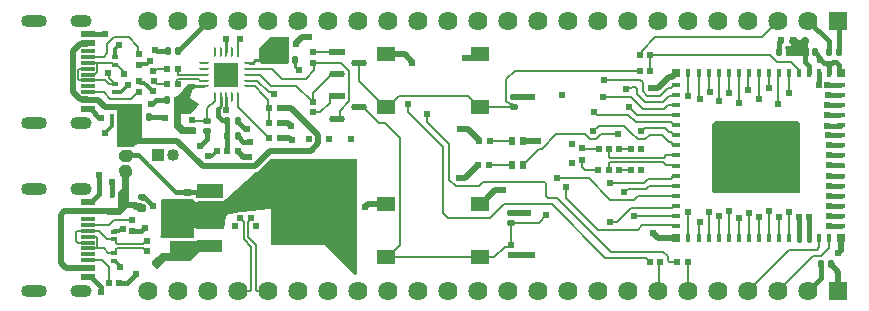
<source format=gtl>
G04*
G04 #@! TF.GenerationSoftware,Altium Limited,Altium Designer,24.8.2 (39)*
G04*
G04 Layer_Physical_Order=1*
G04 Layer_Color=255*
%FSLAX25Y25*%
%MOIN*%
G70*
G04*
G04 #@! TF.SameCoordinates,54D4AE81-F579-4C1F-815F-76D8A96FC484*
G04*
G04*
G04 #@! TF.FilePolarity,Positive*
G04*
G01*
G75*
%ADD12C,0.00600*%
G04:AMPARAMS|DCode=16|XSize=23.62mil|YSize=21.26mil|CornerRadius=5.63mil|HoleSize=0mil|Usage=FLASHONLY|Rotation=270.000|XOffset=0mil|YOffset=0mil|HoleType=Round|Shape=RoundedRectangle|*
%AMROUNDEDRECTD16*
21,1,0.02362,0.00999,0,0,270.0*
21,1,0.01235,0.02126,0,0,270.0*
1,1,0.01127,-0.00500,-0.00618*
1,1,0.01127,-0.00500,0.00618*
1,1,0.01127,0.00500,0.00618*
1,1,0.01127,0.00500,-0.00618*
%
%ADD16ROUNDEDRECTD16*%
%ADD17R,0.02362X0.02126*%
G04:AMPARAMS|DCode=18|XSize=23.62mil|YSize=21.26mil|CornerRadius=5.63mil|HoleSize=0mil|Usage=FLASHONLY|Rotation=0.000|XOffset=0mil|YOffset=0mil|HoleType=Round|Shape=RoundedRectangle|*
%AMROUNDEDRECTD18*
21,1,0.02362,0.00999,0,0,0.0*
21,1,0.01235,0.02126,0,0,0.0*
1,1,0.01127,0.00618,-0.00500*
1,1,0.01127,-0.00618,-0.00500*
1,1,0.01127,-0.00618,0.00500*
1,1,0.01127,0.00618,0.00500*
%
%ADD18ROUNDEDRECTD18*%
%ADD19R,0.04528X0.02362*%
%ADD20R,0.01378X0.02362*%
%ADD21R,0.05343X0.02253*%
%ADD22R,0.02126X0.02362*%
G04:AMPARAMS|DCode=23|XSize=9.55mil|YSize=33.06mil|CornerRadius=4.77mil|HoleSize=0mil|Usage=FLASHONLY|Rotation=270.000|XOffset=0mil|YOffset=0mil|HoleType=Round|Shape=RoundedRectangle|*
%AMROUNDEDRECTD23*
21,1,0.00955,0.02351,0,0,270.0*
21,1,0.00000,0.03306,0,0,270.0*
1,1,0.00955,-0.01176,0.00000*
1,1,0.00955,-0.01176,0.00000*
1,1,0.00955,0.01176,0.00000*
1,1,0.00955,0.01176,0.00000*
%
%ADD23ROUNDEDRECTD23*%
%ADD24R,0.01575X0.03150*%
%ADD25R,0.00955X0.03306*%
G04:AMPARAMS|DCode=26|XSize=53.43mil|YSize=22.53mil|CornerRadius=11.26mil|HoleSize=0mil|Usage=FLASHONLY|Rotation=0.000|XOffset=0mil|YOffset=0mil|HoleType=Round|Shape=RoundedRectangle|*
%AMROUNDEDRECTD26*
21,1,0.05343,0.00000,0,0,0.0*
21,1,0.03091,0.02253,0,0,0.0*
1,1,0.02253,0.01545,0.00000*
1,1,0.02253,-0.01545,0.00000*
1,1,0.02253,-0.01545,0.00000*
1,1,0.02253,0.01545,0.00000*
%
%ADD26ROUNDEDRECTD26*%
G04:AMPARAMS|DCode=27|XSize=33.06mil|YSize=9.55mil|CornerRadius=4.77mil|HoleSize=0mil|Usage=FLASHONLY|Rotation=270.000|XOffset=0mil|YOffset=0mil|HoleType=Round|Shape=RoundedRectangle|*
%AMROUNDEDRECTD27*
21,1,0.03306,0.00000,0,0,270.0*
21,1,0.02351,0.00955,0,0,270.0*
1,1,0.00955,0.00000,-0.01176*
1,1,0.00955,0.00000,0.01176*
1,1,0.00955,0.00000,0.01176*
1,1,0.00955,0.00000,-0.01176*
%
%ADD27ROUNDEDRECTD27*%
%ADD28R,0.04528X0.01181*%
%ADD29R,0.02362X0.02756*%
%ADD30R,0.03150X0.01575*%
%ADD31R,0.02362X0.01378*%
%ADD32R,0.06102X0.05118*%
G04:AMPARAMS|DCode=33|XSize=39.37mil|YSize=80.71mil|CornerRadius=1.97mil|HoleSize=0mil|Usage=FLASHONLY|Rotation=90.000|XOffset=0mil|YOffset=0mil|HoleType=Round|Shape=RoundedRectangle|*
%AMROUNDEDRECTD33*
21,1,0.03937,0.07677,0,0,90.0*
21,1,0.03543,0.08071,0,0,90.0*
1,1,0.00394,0.03839,0.01772*
1,1,0.00394,0.03839,-0.01772*
1,1,0.00394,-0.03839,-0.01772*
1,1,0.00394,-0.03839,0.01772*
%
%ADD33ROUNDEDRECTD33*%
%ADD34R,0.03150X0.03150*%
%ADD35R,0.04724X0.04724*%
G04:AMPARAMS|DCode=36|XSize=127.95mil|YSize=80.71mil|CornerRadius=2.02mil|HoleSize=0mil|Usage=FLASHONLY|Rotation=90.000|XOffset=0mil|YOffset=0mil|HoleType=Round|Shape=RoundedRectangle|*
%AMROUNDEDRECTD36*
21,1,0.12795,0.07667,0,0,90.0*
21,1,0.12392,0.08071,0,0,90.0*
1,1,0.00404,0.03834,0.06196*
1,1,0.00404,0.03834,-0.06196*
1,1,0.00404,-0.03834,-0.06196*
1,1,0.00404,-0.03834,0.06196*
%
%ADD36ROUNDEDRECTD36*%
%ADD49R,0.08071X0.08071*%
G04:AMPARAMS|DCode=56|XSize=39.37mil|YSize=70.87mil|CornerRadius=19.68mil|HoleSize=0mil|Usage=FLASHONLY|Rotation=270.000|XOffset=0mil|YOffset=0mil|HoleType=Round|Shape=RoundedRectangle|*
%AMROUNDEDRECTD56*
21,1,0.03937,0.03150,0,0,270.0*
21,1,0.00000,0.07087,0,0,270.0*
1,1,0.03937,-0.01575,0.00000*
1,1,0.03937,-0.01575,0.00000*
1,1,0.03937,0.01575,0.00000*
1,1,0.03937,0.01575,0.00000*
%
%ADD56ROUNDEDRECTD56*%
G04:AMPARAMS|DCode=57|XSize=39.37mil|YSize=86.61mil|CornerRadius=19.68mil|HoleSize=0mil|Usage=FLASHONLY|Rotation=270.000|XOffset=0mil|YOffset=0mil|HoleType=Round|Shape=RoundedRectangle|*
%AMROUNDEDRECTD57*
21,1,0.03937,0.04724,0,0,270.0*
21,1,0.00000,0.08661,0,0,270.0*
1,1,0.03937,-0.02362,0.00000*
1,1,0.03937,-0.02362,0.00000*
1,1,0.03937,0.02362,0.00000*
1,1,0.03937,0.02362,0.00000*
%
%ADD57ROUNDEDRECTD57*%
%ADD58R,0.01575X0.01575*%
%ADD59C,0.02000*%
%ADD60C,0.01200*%
%ADD61C,0.01500*%
%ADD62C,0.00603*%
%ADD63C,0.01001*%
%ADD64C,0.04000*%
%ADD65R,0.04000X0.04000*%
%ADD66C,0.06400*%
%ADD67R,0.04000X0.04000*%
%ADD68R,0.06400X0.06400*%
%ADD69C,0.02400*%
G36*
X265200Y88900D02*
X265350Y88050D01*
X265200Y87720D01*
X264900Y87100D01*
Y86200D01*
X265200Y85900D01*
Y85624D01*
X265099Y85118D01*
Y83882D01*
X265148Y83639D01*
X264718Y83100D01*
X257831D01*
X257364Y83700D01*
X257401Y83882D01*
Y85118D01*
X257279Y85728D01*
X257231Y85800D01*
X257369Y86400D01*
X258600D01*
X259100Y86500D01*
Y87100D01*
X258583Y87617D01*
X258850Y89400D01*
X260800D01*
X261700Y88500D01*
X262200D01*
X262850Y89150D01*
X263500Y89600D01*
X264500D01*
X265200Y88900D01*
D02*
G37*
G36*
X91700Y81028D02*
X91273Y80606D01*
X82500Y80700D01*
X81700Y81500D01*
Y85700D01*
X85500Y89500D01*
X91700D01*
Y81028D01*
D02*
G37*
G36*
X60072Y73487D02*
X58996Y69184D01*
X61727Y67068D01*
X61244Y66049D01*
X58900Y63900D01*
X55800Y64009D01*
X55648Y60746D01*
X57144Y59400D01*
X60376Y59400D01*
X60800Y58976D01*
Y57100D01*
X55800D01*
X53800Y59100D01*
X53500D01*
X53500Y69460D01*
X54400Y69900D01*
X54766Y69918D01*
X58327Y73804D01*
X59585Y74014D01*
X60072Y73487D01*
D02*
G37*
G36*
X40600Y67100D02*
X42900D01*
Y55000D01*
X39900Y52900D01*
X39440Y52909D01*
X39390Y52942D01*
X39000Y53020D01*
X36500D01*
X36245Y52969D01*
X34600Y53000D01*
Y66639D01*
X35162Y67192D01*
X40600Y67100D01*
D02*
G37*
G36*
X38345Y46824D02*
X38478Y46815D01*
X38609Y46789D01*
X38660Y46799D01*
X39300Y46000D01*
X39600Y45700D01*
Y43900D01*
X38600Y42900D01*
Y37400D01*
X38500Y37300D01*
Y35000D01*
X38800Y34700D01*
X40804D01*
X40955Y34473D01*
X41472Y34128D01*
X41500Y34100D01*
X41612D01*
X42082Y34006D01*
X42994D01*
X43100Y33900D01*
X43380D01*
X44200Y33080D01*
Y32000D01*
X43500Y31300D01*
X41900D01*
X41300Y31900D01*
X40500D01*
X39900Y32500D01*
X38000D01*
X35500Y30000D01*
X35400Y30100D01*
X31300D01*
Y32041D01*
X31883Y32600D01*
X34427D01*
X34600Y32600D01*
X34900Y32900D01*
X34895Y33078D01*
X34791Y36731D01*
X34805Y36800D01*
Y38018D01*
X36300Y39300D01*
Y42900D01*
X35650Y43350D01*
X35300Y45700D01*
X35800Y46500D01*
X36138Y46839D01*
X36258Y46798D01*
X36325Y46802D01*
X36391Y46789D01*
X36522Y46815D01*
X36655Y46824D01*
X37239Y46980D01*
X37761D01*
X38345Y46824D01*
D02*
G37*
G36*
X262300Y60900D02*
Y37741D01*
X262200Y37700D01*
X233174Y37700D01*
X232751Y38125D01*
X232846Y60646D01*
X233800Y61600D01*
X261600D01*
X262300Y60900D01*
D02*
G37*
G36*
X40100Y50900D02*
X42100D01*
X45300Y47700D01*
Y47300D01*
X45700D01*
X54400Y38600D01*
X56500Y38600D01*
X56900Y39000D01*
X59200D01*
X59500Y38700D01*
X61300D01*
Y40400D01*
X69900D01*
Y36100D01*
X69800Y36000D01*
X61000D01*
Y36800D01*
X60800Y37000D01*
X59500D01*
Y36900D01*
X59000Y36400D01*
X58621D01*
X58618Y36401D01*
X57382D01*
X56900Y36700D01*
X56700Y36900D01*
X53700D01*
Y37100D01*
X41600Y49200D01*
X39600D01*
Y48800D01*
X38609Y47809D01*
X37895Y48000D01*
X37105D01*
X36391Y47809D01*
X35300Y48900D01*
Y50800D01*
X36500Y52000D01*
X39000D01*
X40100Y50900D01*
D02*
G37*
G36*
X85700Y48800D02*
X114400D01*
Y10484D01*
X113846Y10254D01*
X104000Y20100D01*
X86000D01*
Y31833D01*
X86000Y32000D01*
X85700Y32300D01*
X85514Y32275D01*
X76356Y31052D01*
X75998Y31200D01*
X75202D01*
X74467Y30896D01*
X74356Y30785D01*
X71850Y30450D01*
X70900Y29900D01*
X70200Y25600D01*
X61000D01*
X60559Y26041D01*
Y26041D01*
X60500Y26100D01*
X60100Y25700D01*
X60100Y25651D01*
Y22700D01*
X49248D01*
X49000Y23300D01*
X49100Y23400D01*
Y35216D01*
X49654Y35446D01*
X49700Y35400D01*
X57203D01*
X57217Y35395D01*
X57301Y35397D01*
X57382Y35381D01*
X58618D01*
X58621Y35380D01*
X59000D01*
X59099Y35400D01*
X60000D01*
X60750Y34650D01*
X62006Y34980D01*
X69800D01*
X70190Y35058D01*
X70521Y35279D01*
X70621Y35379D01*
X70635Y35400D01*
X70900D01*
X80867Y44554D01*
X81180Y44616D01*
X81842Y45058D01*
X85642Y48858D01*
X85700Y48800D01*
D02*
G37*
G36*
X69600Y17800D02*
X61700D01*
X58900Y15000D01*
X50600D01*
X47750Y12150D01*
X46225Y13675D01*
X46320Y14720D01*
X49500Y17600D01*
X52000D01*
X52100Y17700D01*
Y21400D01*
X61200D01*
Y21800D01*
X61400Y22000D01*
X69600D01*
Y17800D01*
D02*
G37*
D12*
X193200Y58100D02*
X195100Y60000D01*
X203382D02*
X205767Y57614D01*
X195100Y60000D02*
X203382D01*
X166848Y66307D02*
X167000D01*
X164318Y68338D02*
Y75508D01*
X166524Y66307D02*
X167000D01*
X155815D02*
X166524D01*
X167111Y78300D02*
X208699D01*
X166025Y67129D02*
X166848Y66307D01*
X164318Y68338D02*
X165527Y67129D01*
X164318Y75508D02*
X167111Y78300D01*
X165527Y67129D02*
X166025D01*
X193879Y64400D02*
X194679Y63600D01*
X193500Y64400D02*
X193879D01*
X194679Y63600D02*
X204972D01*
X258490Y23090D02*
Y31190D01*
Y23090D02*
X258500Y23080D01*
X258490Y31190D02*
X258500Y31200D01*
X251844Y31444D02*
X251900Y31500D01*
X251844Y23086D02*
Y31444D01*
X251759Y23002D02*
X251844Y23086D01*
X245097Y22745D02*
X245147Y22795D01*
Y30947D01*
X245200Y31000D01*
X238401Y23360D02*
Y31699D01*
X238400Y31700D02*
X238401Y31699D01*
Y23360D02*
X238459Y23302D01*
X231804Y31004D02*
X231900Y31100D01*
X231804Y23347D02*
Y31004D01*
X228400Y23321D02*
X228531Y23452D01*
Y27731D01*
X228700Y27900D01*
X231759Y23302D02*
X231804Y23347D01*
X225000Y31300D02*
X225008Y31292D01*
Y22488D02*
Y31292D01*
Y22488D02*
X225016Y22480D01*
X228531Y68969D02*
Y77429D01*
X228362Y77598D02*
X228531Y77429D01*
Y68969D02*
X228700Y68800D01*
X231709Y77598D02*
X231904Y77403D01*
Y71396D02*
Y77403D01*
Y71396D02*
X232100Y71200D01*
X235078Y68123D02*
Y77562D01*
Y68123D02*
X235100Y68100D01*
X235041Y77598D02*
X235078Y77562D01*
X241700Y77291D02*
X241724Y77267D01*
Y67724D02*
Y77267D01*
X241700Y67700D02*
X241724Y67724D01*
X244997Y77476D02*
X245100Y77579D01*
X244997Y72097D02*
Y77476D01*
X244900Y72000D02*
X244997Y72097D01*
X248470Y68830D02*
Y77569D01*
Y68830D02*
X248500Y68800D01*
X248441Y77598D02*
X248470Y77569D01*
X251794Y77572D02*
X251800Y77579D01*
X251794Y72406D02*
Y77572D01*
Y72406D02*
X251800Y72400D01*
X254917Y77374D02*
X255141Y77598D01*
X254700Y67100D02*
X254917Y67317D01*
Y77374D01*
X31799Y7500D02*
Y12801D01*
X29482Y15118D02*
X31799Y12801D01*
X24764Y15118D02*
X29482D01*
X64500Y65765D02*
X67063Y68328D01*
Y69459D01*
X64500Y61693D02*
Y65765D01*
X74937Y66362D02*
Y69459D01*
X78541Y73063D02*
X80437D01*
X78541Y77000D02*
X82158D01*
X79694Y75032D02*
X81297D01*
X80437Y73063D02*
X83200Y70300D01*
X82158Y77000D02*
X83200Y75958D01*
X74937Y84541D02*
Y88437D01*
X32198Y69032D02*
X39314D01*
X30127Y71102D02*
X32198Y69032D01*
X41582Y71299D02*
X41700D01*
X39314Y69032D02*
X41582Y71299D01*
X24764Y71102D02*
X30127D01*
X31319Y84046D02*
Y87319D01*
X33500Y89500D02*
X38400D01*
X31319Y87319D02*
X33500Y89500D01*
X41582Y83820D02*
Y86318D01*
X38400Y89500D02*
X41582Y86318D01*
Y83820D02*
X41700Y83702D01*
X30187Y82913D02*
X31319Y84046D01*
X24764Y82913D02*
X30187D01*
X100069Y84471D02*
X107688D01*
X100000Y84402D02*
X100069Y84471D01*
X107688D02*
X107758Y84540D01*
X85299Y61000D02*
Y66000D01*
X84967Y66332D02*
X85299Y66000D01*
X84967Y66332D02*
Y68533D01*
X83200Y70300D02*
X84967Y68533D01*
X215250Y14350D02*
X215501Y14600D01*
X215000Y5000D02*
X215250Y5250D01*
Y14350D01*
X255100Y23021D02*
Y29600D01*
X224850Y5150D02*
Y14550D01*
X224701Y14700D02*
X224850Y14550D01*
Y5150D02*
X225000Y5000D01*
X218064Y15286D02*
Y16402D01*
X218650Y14700D02*
X221299D01*
X218064Y15286D02*
X218650Y14700D01*
X86521Y70600D02*
X86900D01*
X85028Y71300D02*
X85821D01*
X86521Y70600D01*
X81297Y75032D02*
X85028Y71300D01*
X137900Y61128D02*
Y63800D01*
Y61128D02*
X145200Y53828D01*
Y41982D02*
X147382Y39800D01*
X155150D02*
X156650Y41300D01*
X147382Y39800D02*
X155150D01*
X145200Y41982D02*
Y53828D01*
X216469Y17997D02*
X218064Y16402D01*
X177600Y36486D02*
X178186Y35900D01*
X177014Y41300D02*
X177600Y40714D01*
X156650Y41300D02*
X177014D01*
X177600Y36486D02*
Y40714D01*
X178186Y35900D02*
X181300D01*
X199203Y17997D02*
X216469D01*
X181300Y35900D02*
X199203Y17997D01*
X74937Y88437D02*
X75500Y89000D01*
X131500Y64700D02*
Y67100D01*
Y64700D02*
X143200Y53000D01*
X212099Y14600D02*
Y14718D01*
X211418Y15281D02*
X211536D01*
X212099Y14718D01*
X210702Y15997D02*
X211418Y15281D01*
X158823Y29300D02*
X163423Y33900D01*
X144731Y29300D02*
X158823D01*
X143200Y30831D02*
X144731Y29300D01*
X143200Y30831D02*
Y53000D01*
X179400Y33900D02*
X197303Y15997D01*
X163423Y33900D02*
X179400D01*
X197303Y15997D02*
X210702D01*
X89591Y75700D02*
X97500D01*
X100200Y78400D01*
Y80682D01*
X100000Y81000D02*
X109078D01*
X111930Y78148D01*
Y68135D02*
Y78148D01*
X108783Y62938D02*
Y64988D01*
X111930Y68135D01*
X107715Y62360D02*
X108204D01*
X108783Y62938D01*
X78541Y78969D02*
X86322D01*
X89591Y75700D01*
X105544Y69214D02*
X106170Y69840D01*
X99900Y64400D02*
X102275D01*
X106170Y69840D02*
X107715D01*
X105544Y67669D02*
Y69214D01*
X102275Y64400D02*
X105544Y67669D01*
X85299Y56000D02*
Y56118D01*
X84736Y56681D02*
X85299Y56118D01*
X84618Y56681D02*
X84736D01*
X74937Y66362D02*
X84618Y56681D01*
X33363Y28400D02*
X39500D01*
X31892Y26929D02*
X33363Y28400D01*
X24764Y26929D02*
X31892D01*
X158701Y55000D02*
X166260D01*
X158402Y47000D02*
X166260D01*
X59500Y61701D02*
X59504Y61697D01*
X64496D02*
X64500Y61693D01*
X59504Y61697D02*
X64496D01*
X209594Y26800D02*
X220696D01*
X220882Y26614D01*
X208094Y25300D02*
X209594Y26800D01*
X194728Y25300D02*
X208094D01*
X184200Y35828D02*
X194728Y25300D01*
X184200Y35828D02*
Y39700D01*
X208089Y36654D02*
X220882D01*
X206736Y35300D02*
X208089Y36654D01*
X198968Y35300D02*
X206736D01*
X181300Y42400D02*
X191868D01*
X198968Y35300D01*
X268520Y19406D02*
Y22480D01*
X267695Y18581D02*
X268520Y19406D01*
X245000Y5000D02*
X258581Y18581D01*
X267695D01*
X248400Y23021D02*
Y29600D01*
X241700Y22721D02*
Y29300D01*
X235100Y23321D02*
Y29900D01*
X207039Y29961D02*
X220882D01*
X207000Y30000D02*
X207039Y29961D01*
X220094Y33307D02*
X220882D01*
X199000Y28000D02*
X201182D01*
X205882Y32700D01*
X219487D02*
X220094Y33307D01*
X205882Y32700D02*
X219487D01*
X212000Y40000D02*
X220882D01*
X203786Y38000D02*
X204786Y39000D01*
X203500Y38000D02*
X203786D01*
X204786Y39000D02*
X211000D01*
X212000Y40000D01*
X220595Y43059D02*
X220882Y43347D01*
X219807Y43059D02*
X220595D01*
X211459Y42287D02*
X219035D01*
X219807Y43059D01*
X199000Y41000D02*
X210172D01*
X211459Y42287D01*
X205767Y57614D02*
X205814D01*
X219807Y53673D02*
X220595D01*
X220882Y53386D01*
X219035Y54445D02*
X219807Y53673D01*
X210466Y55400D02*
X212048Y56982D01*
X208028Y55400D02*
X210466D01*
X205814Y57614D02*
X208028Y55400D01*
X218686Y54445D02*
X219035D01*
X216149Y56982D02*
X218686Y54445D01*
X212048Y56982D02*
X216149D01*
X219807Y57020D02*
X220094Y56732D01*
X220882D01*
X218686Y57791D02*
X219221D01*
X219807Y57206D01*
Y57020D02*
Y57206D01*
X217339Y59138D02*
X218686Y57791D01*
X210386Y59138D02*
X217339D01*
X209348Y58100D02*
X210386Y59138D01*
X220094Y60079D02*
X220882D01*
X219807Y60366D02*
X220094Y60079D01*
X219807Y60366D02*
Y60552D01*
X219221Y61138D02*
X219807Y60552D01*
X204972Y63600D02*
X207434Y61138D01*
X219221D01*
X207975Y63425D02*
X220882D01*
X205100Y66300D02*
X207975Y63425D01*
X218191Y66772D02*
X220882D01*
X216919Y65500D02*
X218191Y66772D01*
X206000Y69400D02*
X209900Y65500D01*
X216919D01*
X196500Y69400D02*
X206000D01*
X220595Y69831D02*
X220882Y70118D01*
X218421Y69831D02*
X220595D01*
X216491Y67900D02*
X218421Y69831D01*
X210453Y67900D02*
X216491D01*
X207114Y72786D02*
X207700Y72200D01*
Y70653D02*
X210453Y67900D01*
X207700Y70653D02*
Y72200D01*
X204368Y72468D02*
X205796D01*
X204100Y72200D02*
X204368Y72468D01*
X205796D02*
X206114Y72786D01*
X207114D01*
X220094Y73465D02*
X220882D01*
X219035Y72405D02*
X220094Y73465D01*
X218168Y72405D02*
X219035D01*
X215662Y69900D02*
X218168Y72405D01*
X209000Y75200D02*
X209700Y74500D01*
X197000Y75200D02*
X209000D01*
X211282Y69900D02*
X215662D01*
X209700Y71482D02*
X211282Y69900D01*
X209700Y71482D02*
Y74500D01*
X225009Y69909D02*
Y77698D01*
X238400Y71000D02*
Y77579D01*
X170681Y47878D02*
X170878D01*
X170000Y47197D02*
X170681Y47878D01*
X170000Y47000D02*
Y47197D01*
X196018Y57100D02*
X201600D01*
X175300Y52300D02*
X176118D01*
X170878Y47878D02*
X175300Y52300D01*
X192082Y55400D02*
X194318D01*
X176118Y52300D02*
X180918Y57100D01*
X194318Y55400D02*
X196018Y57100D01*
X180918D02*
X190382D01*
X192082Y55400D01*
X169319Y47681D02*
X170000Y47000D01*
X258480Y77598D02*
X258500Y77579D01*
Y71000D02*
Y77579D01*
X212101Y78300D02*
X212151Y78350D01*
Y83450D01*
X212201Y83500D01*
X252272D01*
X254510Y81261D01*
X259301D01*
X261539Y77886D02*
X261827Y77598D01*
X259301Y81261D02*
X261539Y79023D01*
Y77886D02*
Y79023D01*
X94283Y73300D02*
X99782Y67802D01*
X99900D01*
Y70747D02*
X106212Y77060D01*
X99900Y67802D02*
Y70747D01*
X106212Y77060D02*
X107758D01*
X85857Y73300D02*
X94283D01*
X83200Y75958D02*
X85857Y73300D01*
X208799Y83500D02*
X209362Y84063D01*
Y85027D01*
X213832Y89497D01*
X249497D01*
X255000Y95000D01*
X269084Y16581D02*
X271866Y19363D01*
Y22480D01*
X255000Y5000D02*
X266581Y16581D01*
X269084D01*
X115200Y66100D02*
X116661D01*
X121961Y60800D01*
X123814D01*
X128902Y20201D02*
Y55713D01*
X124843Y16142D02*
X128902Y20201D01*
X123814Y60800D02*
X128902Y55713D01*
X124350Y16142D02*
X124843D01*
X155650D01*
X166000Y20201D02*
Y27389D01*
X160201Y16142D02*
X163697Y19638D01*
X165437D02*
X166000Y20201D01*
X163697Y19638D02*
X165437D01*
X155650Y16142D02*
X160201D01*
X175094Y27507D02*
X177687Y30100D01*
X165882Y27507D02*
X166000D01*
X175094D01*
X115242Y74758D02*
Y80800D01*
Y74758D02*
X123858Y66142D01*
X124843D02*
X128501Y69801D01*
X151499D01*
X155157Y66142D02*
X155650D01*
X151499Y69801D02*
X155157Y66142D01*
X123858D02*
X124350D01*
X124843D01*
X155650D02*
X155815Y66307D01*
X271900Y26600D02*
X271914Y26614D01*
D16*
X275293Y84500D02*
D03*
X271907D02*
D03*
X258693D02*
D03*
X255307D02*
D03*
X263807D02*
D03*
X267193D02*
D03*
X45193Y63000D02*
D03*
X41807D02*
D03*
X71307Y56500D02*
D03*
Y61500D02*
D03*
X54793Y84800D02*
D03*
X272493Y13900D02*
D03*
X54693Y68500D02*
D03*
X90607Y81900D02*
D03*
X93993D02*
D03*
X74693Y61500D02*
D03*
Y56500D02*
D03*
X269107Y13900D02*
D03*
X51307Y68500D02*
D03*
X51407Y84800D02*
D03*
D17*
X59500Y58299D02*
D03*
Y61701D02*
D03*
X100000Y84402D02*
D03*
Y81000D02*
D03*
X99900Y64400D02*
D03*
X39500Y28400D02*
D03*
X41700Y71299D02*
D03*
Y83702D02*
D03*
X99900Y67802D02*
D03*
X166000Y20201D02*
D03*
Y16799D02*
D03*
X39500Y24998D02*
D03*
X41700Y74701D02*
D03*
Y80300D02*
D03*
D18*
X53500Y23693D02*
D03*
Y20307D02*
D03*
X42700Y32714D02*
D03*
X64500Y61693D02*
D03*
X166000Y27507D02*
D03*
X167000Y66307D02*
D03*
X58500Y20307D02*
D03*
X58000Y37693D02*
D03*
X42700Y36100D02*
D03*
X58500Y23693D02*
D03*
X166000Y30893D02*
D03*
X64500Y58307D02*
D03*
X58000Y34307D02*
D03*
X167000Y69693D02*
D03*
D19*
X24764Y31457D02*
D03*
Y12559D02*
D03*
Y87441D02*
D03*
Y68543D02*
D03*
Y90591D02*
D03*
Y65394D02*
D03*
Y34606D02*
D03*
Y9409D02*
D03*
D20*
X35579Y36800D02*
D03*
X35280Y63000D02*
D03*
X32721D02*
D03*
X33020Y36800D02*
D03*
D21*
X107758Y84540D02*
D03*
X107715Y69840D02*
D03*
D22*
X85299Y61000D02*
D03*
Y66000D02*
D03*
X215501Y14600D02*
D03*
X224701Y14700D02*
D03*
X221299D02*
D03*
X212099Y14600D02*
D03*
X85299Y56000D02*
D03*
X31799Y7500D02*
D03*
X158701Y55000D02*
D03*
X158402Y47000D02*
D03*
X212101Y78300D02*
D03*
X212201Y83500D02*
D03*
X54701Y79000D02*
D03*
Y74000D02*
D03*
X198400Y45300D02*
D03*
D03*
X198600Y52300D02*
D03*
D03*
X208799Y83500D02*
D03*
X201802Y45300D02*
D03*
X202002Y52300D02*
D03*
X194998Y45300D02*
D03*
X195198Y52300D02*
D03*
X51299Y79000D02*
D03*
Y74000D02*
D03*
X208699Y78300D02*
D03*
X71299Y51500D02*
D03*
X71201D02*
D03*
X67799D02*
D03*
X88701Y66000D02*
D03*
X155000Y47000D02*
D03*
X155299Y55000D02*
D03*
X74701Y51500D02*
D03*
X94102Y87300D02*
D03*
X90700D02*
D03*
X88701Y56000D02*
D03*
Y61000D02*
D03*
X35201Y7500D02*
D03*
D23*
X78541Y73063D02*
D03*
Y75032D02*
D03*
Y78969D02*
D03*
X63459Y77000D02*
D03*
Y75032D02*
D03*
X78541Y77000D02*
D03*
X63459Y73063D02*
D03*
X78541Y80937D02*
D03*
X63459Y78969D02*
D03*
Y80937D02*
D03*
D24*
X251787Y22480D02*
D03*
X255134D02*
D03*
X268520D02*
D03*
X258480D02*
D03*
X248441D02*
D03*
X245094D02*
D03*
X241748D02*
D03*
X238402D02*
D03*
X235055D02*
D03*
X231709D02*
D03*
X228362D02*
D03*
X225016D02*
D03*
Y77598D02*
D03*
X228362D02*
D03*
X231709D02*
D03*
X235055D02*
D03*
X238402D02*
D03*
X241748D02*
D03*
X245094D02*
D03*
X248441D02*
D03*
X251787D02*
D03*
X255134D02*
D03*
X258480D02*
D03*
X261827D02*
D03*
X271866Y22480D02*
D03*
X265173Y77598D02*
D03*
X271866D02*
D03*
X268520D02*
D03*
X261827Y22480D02*
D03*
X265173D02*
D03*
D25*
X74937Y84541D02*
D03*
D26*
X107715Y62360D02*
D03*
X107758Y77060D02*
D03*
X115200Y66100D02*
D03*
X115242Y80800D02*
D03*
D27*
X74937Y69459D02*
D03*
X67063D02*
D03*
X69032D02*
D03*
X72969D02*
D03*
X71000D02*
D03*
X67063Y84541D02*
D03*
X69032D02*
D03*
X71000D02*
D03*
X72969D02*
D03*
D28*
X24764Y15118D02*
D03*
Y26929D02*
D03*
Y71102D02*
D03*
Y82913D02*
D03*
Y19055D02*
D03*
Y22992D02*
D03*
Y21024D02*
D03*
Y24961D02*
D03*
Y78976D02*
D03*
Y75039D02*
D03*
Y80945D02*
D03*
Y77008D02*
D03*
Y84882D02*
D03*
Y73071D02*
D03*
Y28898D02*
D03*
Y17087D02*
D03*
D29*
X166260Y55000D02*
D03*
Y47000D02*
D03*
X170000D02*
D03*
Y55000D02*
D03*
D30*
X220882Y26614D02*
D03*
Y36654D02*
D03*
Y29961D02*
D03*
Y33307D02*
D03*
Y40000D02*
D03*
Y43347D02*
D03*
Y53386D02*
D03*
Y56732D02*
D03*
Y60079D02*
D03*
Y63425D02*
D03*
Y66772D02*
D03*
Y70118D02*
D03*
Y73465D02*
D03*
Y46693D02*
D03*
Y50039D02*
D03*
X276000Y26614D02*
D03*
Y29961D02*
D03*
Y33307D02*
D03*
Y36654D02*
D03*
Y40000D02*
D03*
Y43347D02*
D03*
Y46693D02*
D03*
Y50039D02*
D03*
Y53386D02*
D03*
Y56732D02*
D03*
Y60079D02*
D03*
Y63425D02*
D03*
Y66772D02*
D03*
Y70118D02*
D03*
Y73465D02*
D03*
D31*
X33400Y17500D02*
D03*
X33500Y22100D02*
D03*
X34000Y73779D02*
D03*
Y80221D02*
D03*
Y82780D02*
D03*
Y71220D02*
D03*
X33500Y24659D02*
D03*
X33400Y14941D02*
D03*
D32*
X124350Y16142D02*
D03*
X155650D02*
D03*
X124350Y66142D02*
D03*
X155650D02*
D03*
Y33858D02*
D03*
X124350D02*
D03*
X155650Y83858D02*
D03*
X124350D02*
D03*
D33*
X65500Y19945D02*
D03*
Y38055D02*
D03*
Y29000D02*
D03*
D34*
X276000Y77598D02*
D03*
X220882D02*
D03*
X276000Y22480D02*
D03*
X220882D02*
D03*
D35*
X248441Y50039D02*
D03*
X254937D02*
D03*
Y43543D02*
D03*
X248441D02*
D03*
X241945D02*
D03*
Y50039D02*
D03*
Y56535D02*
D03*
X248441D02*
D03*
D36*
X90500Y29000D02*
D03*
D49*
X71000Y77000D02*
D03*
D56*
X22500Y60984D02*
D03*
Y95000D02*
D03*
Y5000D02*
D03*
Y39016D02*
D03*
D57*
X6752Y60984D02*
D03*
Y95000D02*
D03*
Y5000D02*
D03*
Y39016D02*
D03*
D58*
X254937Y56535D02*
D03*
D59*
X124350Y83858D02*
X130402D01*
X132923Y81336D01*
Y81077D02*
X133000Y81000D01*
X132923Y81077D02*
Y81336D01*
X99163Y51637D02*
X101600Y54075D01*
X63100Y46500D02*
X80400D01*
X85537Y51637D02*
X99163D01*
X80400Y46500D02*
X85537Y51637D01*
X52400Y16400D02*
X52450Y16350D01*
X57450D02*
X57500Y16300D01*
X52450Y16350D02*
X57450D01*
X47808Y14300D02*
X49832Y16323D01*
X52324D01*
X52400Y16400D01*
X47700Y14300D02*
X47808D01*
X53319Y17427D02*
Y20244D01*
X58500Y20307D02*
X58618D01*
X53382D02*
X53500D01*
X53319Y20244D02*
X53382Y20307D01*
X58618D02*
X58980Y19945D01*
X60000Y66572D02*
Y66600D01*
X58628Y65200D02*
X60000Y66572D01*
X54796Y65200D02*
X58628D01*
X37500Y55000D02*
X54600D01*
X63100Y46500D01*
X30619Y66181D02*
X36687D01*
X24861Y68446D02*
X28354D01*
X24583Y68724D02*
X24861Y68446D01*
X28354D02*
X30619Y66181D01*
X38000Y63543D02*
Y64868D01*
X36687Y66181D02*
X38000Y64868D01*
X101600Y54075D02*
Y56726D01*
X88701Y65882D02*
X88764Y65819D01*
X92507D02*
X101600Y56726D01*
X88701Y65882D02*
Y66000D01*
X88764Y65819D02*
X92507D01*
X38000Y63543D02*
X38543Y63000D01*
Y60143D02*
Y63000D01*
X37500Y59100D02*
X38543Y60143D01*
X37500Y55000D02*
Y59100D01*
X22025Y68724D02*
X24583D01*
X19697Y71052D02*
X22025Y68724D01*
X19697Y84932D02*
X22025Y87260D01*
X24583D01*
X24764Y87441D01*
X19697Y71052D02*
Y84932D01*
X24764Y31457D02*
X35257D01*
X37500Y33700D01*
X40358D01*
X41021Y33037D02*
X42377D01*
X42387Y33027D01*
X40358Y33700D02*
X41021Y33037D01*
X16972Y31457D02*
X24764D01*
X15800Y30285D02*
X16972Y31457D01*
X15800Y14300D02*
Y30285D01*
Y14300D02*
X17541Y12559D01*
X24764D01*
X58980Y19945D02*
X65500D01*
X53500Y20307D02*
X58500D01*
X155000Y46882D02*
Y47000D01*
X148500Y42500D02*
X150618D01*
X155000Y46882D01*
X155299Y55000D02*
Y55118D01*
X149000Y59000D02*
X151417D01*
X155299Y55118D01*
X272493Y13782D02*
Y13900D01*
X275000Y5000D02*
Y11275D01*
X272493Y13782D02*
X275000Y11275D01*
X172892Y17000D02*
X173000D01*
X166118Y16799D02*
X172691D01*
X172892Y17000D01*
X74701Y51382D02*
Y51500D01*
X76383Y49700D02*
X78500D01*
X74701Y51382D02*
X76383Y49700D01*
X98492Y89400D02*
X98600D01*
X94102Y87300D02*
X94165Y87363D01*
X98292Y89600D02*
X98492Y89400D01*
X96284Y89600D02*
X98292D01*
X94165Y87481D02*
X96284Y89600D01*
X94165Y87363D02*
Y87481D01*
X248543Y55555D02*
Y59957D01*
X172897Y69696D02*
X172900Y69700D01*
X172893Y69693D02*
X172897Y69696D01*
X237020Y50020D02*
X237039Y50039D01*
X237000Y50000D02*
X237020Y50020D01*
X237039Y50039D02*
X241945D01*
X96500Y29000D02*
X98700Y26800D01*
X90500Y29000D02*
X96500D01*
X53500Y23693D02*
Y28592D01*
X54100Y29192D01*
Y29300D01*
X58100Y29292D02*
Y29400D01*
X58500Y23693D02*
Y28892D01*
X58100Y29292D02*
X58500Y28892D01*
X58000Y34307D02*
X58037D01*
X58100Y34244D01*
Y29400D02*
Y34244D01*
X50250Y29350D02*
X54050D01*
X50200Y29400D02*
X50250Y29350D01*
X54050D02*
X54100Y29300D01*
X54150Y29350D02*
X58050D01*
X58100Y29400D01*
X54100Y29300D02*
X54150Y29350D01*
X58608Y29000D02*
X65500D01*
X156142Y33858D02*
X157701Y35417D01*
Y35909D01*
X160391Y38600D01*
X163300D01*
X155650Y33858D02*
X156142D01*
X92000Y56000D02*
X92700Y55300D01*
X88701Y56000D02*
X92000D01*
X91681Y60819D02*
X92500Y60000D01*
X88701Y60882D02*
Y61000D01*
Y60882D02*
X88764Y60819D01*
X91681D01*
X118258Y33858D02*
X124350D01*
X117200Y32800D02*
X118258Y33858D01*
X150500Y82700D02*
X154491D01*
X213200Y24100D02*
X213308D01*
X214928Y22480D01*
X220882D01*
X276000Y18700D02*
Y22480D01*
X212400Y72600D02*
X214827D01*
X219535Y76252D02*
X220882Y77598D01*
X218479Y76252D02*
X219535D01*
X214827Y72600D02*
X218479Y76252D01*
X256055Y56457D02*
X260457D01*
X255555Y49957D02*
X259957D01*
X256555Y43457D02*
X260957D01*
X248457Y39043D02*
Y43445D01*
X237543Y43543D02*
X241945D01*
X237500Y43500D02*
X237543Y43543D01*
X234000Y56500D02*
X234035Y56535D01*
X241945D01*
X166000Y30893D02*
X171393D01*
X171500Y31000D01*
X170000Y55000D02*
X175000D01*
X167000Y69693D02*
X172893D01*
D60*
X43585Y74238D02*
X46423Y71400D01*
X46600D01*
X42163Y74238D02*
X43585D01*
X41700Y74701D02*
X42163Y74238D01*
X67218Y50919D02*
X67336D01*
X64800Y49900D02*
X66199D01*
X67799Y51382D02*
Y51500D01*
X67336Y50919D02*
X67799Y51382D01*
X66199Y49900D02*
X67218Y50919D01*
X58000Y37693D02*
X58181Y37874D01*
X65319D01*
X65500Y38055D01*
X41916Y50000D02*
X54223Y37693D01*
X58000D01*
X37500Y50000D02*
X41916D01*
X38543Y63000D02*
X41807D01*
X35280D02*
X38543D01*
X30500Y57600D02*
X32721Y59820D01*
Y63000D01*
X34000Y82780D02*
Y85700D01*
X35100Y86800D01*
X41700Y80300D02*
X41881Y80481D01*
X44681D01*
X45600Y81400D01*
X34089Y71310D02*
X36009D01*
X34000Y71220D02*
X34089Y71310D01*
X36009D02*
X38300Y73600D01*
X33589Y24748D02*
X35223D01*
X36075Y25600D01*
X36400D01*
X33500Y24659D02*
X33589Y24748D01*
X35600Y12800D02*
Y13233D01*
X33892Y14941D02*
X35600Y13233D01*
X33400Y14941D02*
X33892D01*
D61*
X263854Y88054D02*
X263900Y88100D01*
X267193Y84382D02*
Y84500D01*
X263854Y84547D02*
Y88054D01*
X267193Y84382D02*
X269000Y82575D01*
X263807Y84500D02*
X263854Y84547D01*
X269000Y82000D02*
Y82575D01*
X260128Y87728D02*
X260300Y87900D01*
X260128Y86053D02*
Y87728D01*
X255307Y84500D02*
Y87863D01*
X255800Y88357D01*
X258693Y84618D02*
X260128Y86053D01*
X258693Y84500D02*
Y84618D01*
X255800Y88357D02*
Y88600D01*
X25846Y9409D02*
X29100Y6156D01*
X24764Y9409D02*
X25846D01*
X29100Y4400D02*
Y6156D01*
X245280Y53200D02*
X248441Y50039D01*
X245100Y53200D02*
X245280D01*
X263807Y81069D02*
X265136Y79740D01*
Y77636D02*
X265173Y77598D01*
X265136Y77636D02*
Y79740D01*
X263807Y81069D02*
Y84500D01*
X54796Y60303D02*
Y65200D01*
Y68397D01*
X83600Y85200D02*
X87425D01*
X90294Y82331D01*
X54693Y68500D02*
Y68618D01*
X54796Y60303D02*
X56801Y58299D01*
X54693Y68500D02*
X54796Y68397D01*
X56801Y58299D02*
X59500D01*
X71201Y51500D02*
X71254Y51553D01*
Y56447D02*
X71307Y56500D01*
X71254Y51553D02*
Y56447D01*
X24764Y90591D02*
X30309D01*
X30400Y90500D01*
X28640Y62600D02*
X29100D01*
X24764Y65394D02*
X25846D01*
X28640Y62600D01*
X35579Y36800D02*
Y37170D01*
X37500Y39091D01*
Y45000D01*
X42387Y33027D02*
X42700Y32714D01*
X37500Y33700D02*
Y39091D01*
X71307Y61500D02*
Y61618D01*
X70994Y61931D02*
X71307Y61618D01*
X68050Y63309D02*
X69428Y61931D01*
X70994D01*
X68050Y63309D02*
Y65500D01*
X71307Y56500D02*
Y61500D01*
X54793Y84800D02*
Y84918D01*
X64875Y95000D02*
X65000D01*
X54793Y84918D02*
X64875Y95000D01*
X271907Y84500D02*
Y88093D01*
X265000Y95000D02*
X271907Y88093D01*
X54693Y68618D02*
X59175Y73100D01*
X60000D01*
X90294Y82213D02*
Y82331D01*
Y82213D02*
X90607Y81900D01*
X83200D02*
X90607D01*
X90654Y81946D01*
Y87253D01*
X90700Y87300D01*
X43556Y26000D02*
X43800D01*
X39500Y24998D02*
X42555D01*
X43556Y26000D01*
X268586Y73514D02*
Y77600D01*
X272014Y43314D02*
X276100D01*
X272014Y46714D02*
X276100D01*
X271914Y40014D02*
X276000D01*
X271914Y36614D02*
X276000D01*
X271914Y33214D02*
X276000D01*
X271914Y50114D02*
X276000D01*
X271914Y30014D02*
X276000D01*
X265291Y21702D02*
Y29491D01*
X261791Y21702D02*
Y29491D01*
X24764Y34606D02*
X25846D01*
X28400Y37160D01*
X35201Y7500D02*
X38000D01*
X41000Y10500D01*
X46600Y33200D02*
Y33203D01*
X44016Y35787D02*
X46600Y33203D01*
X43013Y35787D02*
X44016D01*
X42700Y36100D02*
X43013Y35787D01*
X28400Y37160D02*
Y43417D01*
X33020Y36800D02*
Y40979D01*
X32900Y41100D02*
X33020Y40979D01*
X47800Y84800D02*
X51407D01*
X47300Y85300D02*
X47800Y84800D01*
X49856Y63000D02*
X50156Y62700D01*
X45193Y63000D02*
X49856D01*
X50156Y62700D02*
X50400D01*
X47444Y68500D02*
X51307D01*
X45900Y67200D02*
X46143D01*
X47444Y68500D01*
X62300Y53200D02*
X64500Y55400D01*
Y58307D01*
X74693Y56382D02*
X76375Y54700D01*
X74693Y56382D02*
Y56500D01*
X76375Y54700D02*
X79000D01*
X74693Y61500D02*
X75006Y61187D01*
X77103Y58972D02*
X77728D01*
X77900Y58800D01*
X75006Y61069D02*
Y61187D01*
Y61069D02*
X77103Y58972D01*
X154491Y82700D02*
X155650Y83858D01*
X269107Y9107D02*
Y13900D01*
X265000Y5000D02*
X269107Y9107D01*
X274900Y17600D02*
X276000Y18700D01*
X275293Y84618D02*
Y94707D01*
X275000Y95000D02*
X275293Y94707D01*
X274296Y81054D02*
X275175Y80175D01*
X273054Y81054D02*
X274296D01*
X270988Y81000D02*
X273000D01*
X275175Y78423D02*
Y80175D01*
X273000Y81000D02*
X273054Y81054D01*
X275175Y78423D02*
X276000Y77598D01*
X269244Y82000D02*
X270244Y81000D01*
X270988D01*
X271866Y80121D01*
Y77598D02*
Y80121D01*
X269000Y82000D02*
X269244D01*
X271914Y26614D02*
X276000D01*
X271314Y73414D02*
X275400D01*
X271414Y70114D02*
X275500D01*
X271314Y66814D02*
X275400D01*
X271214Y63414D02*
X275300D01*
X271314Y60014D02*
X275400D01*
X271414Y56714D02*
X275500D01*
X271814Y53414D02*
X275900D01*
D62*
X61754Y75597D02*
X62319Y75032D01*
X63459D01*
X63459Y77000D02*
X63459Y77000D01*
X31297Y22100D02*
X33500D01*
X28437Y24961D02*
X31297Y22100D01*
X24764Y24961D02*
X28437D01*
X34633Y19100D02*
X43317D01*
X44196Y18222D02*
X44569D01*
X43317Y19100D02*
X44196Y18222D01*
X34280Y17887D02*
Y18747D01*
X43349Y20503D02*
X44267Y21421D01*
X44600D01*
X34280Y18747D02*
X34633Y19100D01*
X34280Y20856D02*
X34633Y20503D01*
X43349D01*
X34280Y20856D02*
Y21712D01*
X36556Y77544D02*
Y78156D01*
X34000Y80221D02*
X34492D01*
X36556Y78156D01*
Y77544D02*
X36900Y77200D01*
X33487Y73800D02*
X33508Y73779D01*
X33120Y74167D02*
X33487Y73800D01*
X31900D02*
X33487D01*
X31844Y75936D02*
X33120Y74659D01*
X31844Y75936D02*
Y77056D01*
X33508Y73779D02*
X34000D01*
X33120Y74167D02*
Y74659D01*
X31500Y77400D02*
X31844Y77056D01*
X33508Y80221D02*
X34000D01*
X27900Y19055D02*
X27929Y19084D01*
X24764Y19055D02*
X27900D01*
X30145D01*
X27929Y19084D02*
Y22465D01*
X27547Y22848D02*
X27929Y22465D01*
X24764Y22992D02*
X24908Y22848D01*
X27547D01*
X30661Y75039D02*
X31900Y73800D01*
X24764Y75039D02*
X30661D01*
X27900Y80945D02*
X32783D01*
X24764D02*
X27900D01*
X27929Y78012D02*
Y80916D01*
X27900Y80945D02*
X27929Y80916D01*
X25053Y77297D02*
X27214D01*
X24764Y77008D02*
X25053Y77297D01*
X27214D02*
X27929Y78012D01*
X32783Y80945D02*
X33508Y80221D01*
X21599Y75531D02*
X21963Y75166D01*
X24637D01*
X21599Y75531D02*
Y78508D01*
X24637Y75166D02*
X24764Y75039D01*
X24648Y78861D02*
X24764Y78976D01*
X21952Y78861D02*
X24648D01*
X21599Y78508D02*
X21952Y78861D01*
X54953Y77000D02*
X63459D01*
X54701Y79000D02*
X54953Y78748D01*
Y77000D02*
Y78748D01*
Y75597D02*
X61754D01*
X54600Y74101D02*
Y75244D01*
X54953Y75597D01*
X54600Y74101D02*
X54701Y74000D01*
X198400Y47447D02*
X198753Y47800D01*
X198400Y45300D02*
Y47447D01*
X220731Y46844D02*
X220882Y46693D01*
X216500Y47800D02*
X217456Y46844D01*
X198753Y47800D02*
X216500D01*
X217456Y46844D02*
X220731D01*
X217539Y50039D02*
X220882D01*
X198600Y49556D02*
X198953Y49203D01*
X216703D02*
X217539Y50039D01*
X198953Y49203D02*
X216703D01*
X198600Y49556D02*
Y52300D01*
X202100Y45300D02*
X205998D01*
X81055Y5000D02*
X85000D01*
X79300Y29097D02*
Y29200D01*
X78152Y27948D02*
X79300Y29097D01*
X80702Y5353D02*
X81055Y5000D01*
X78152Y22749D02*
X80702Y20199D01*
Y5353D02*
Y20199D01*
X78152Y22749D02*
Y27948D01*
X75600Y29097D02*
X76749Y27948D01*
X75600Y29097D02*
Y29200D01*
X75000Y5000D02*
X78945D01*
X79299Y5353D01*
Y19617D01*
X76749Y22167D02*
X79299Y19617D01*
X76749Y22167D02*
Y27948D01*
X202002Y52300D02*
X205900D01*
X33892Y17500D02*
X34280Y17887D01*
X33400Y17500D02*
X33892D01*
X190586Y45300D02*
X194998D01*
X33368Y17532D02*
X33400Y17500D01*
X30145Y19055D02*
X31668Y17532D01*
X33368D01*
X189600Y46286D02*
X190586Y45300D01*
X189600Y46286D02*
Y48600D01*
X189500Y52300D02*
X195198D01*
X33892Y22100D02*
X34280Y21712D01*
X33500Y22100D02*
X33892D01*
X21000Y24607D02*
X21353Y24961D01*
X21676Y21024D02*
X24764D01*
X21353Y24961D02*
X24764D01*
X21000Y21700D02*
Y24607D01*
Y21700D02*
X21676Y21024D01*
X189400Y52400D02*
X189500Y52300D01*
X47849Y79000D02*
X51299D01*
X47167Y78319D02*
X47849Y79000D01*
X46681Y78319D02*
X47167D01*
X46700Y74800D02*
X47186D01*
X47986Y74000D02*
X51299D01*
X47186Y74800D02*
X47986Y74000D01*
D63*
X68050Y65500D02*
Y65500D01*
X68147D01*
X69032Y66385D01*
X78541Y80937D02*
X79671D01*
X79694Y80960D01*
Y80994D01*
X80600Y81900D01*
X83200D01*
X69032Y66385D02*
Y69459D01*
X71000Y65100D02*
Y69459D01*
X60000Y73100D02*
X60037Y73063D01*
X63459D01*
X93993Y79633D02*
Y81900D01*
Y79633D02*
X95100Y78526D01*
Y78400D02*
Y78526D01*
X71000Y84541D02*
Y88900D01*
D64*
X53300Y50300D02*
D03*
X37500Y45000D02*
D03*
Y50000D02*
D03*
D65*
X48300Y50300D02*
D03*
D66*
X215000Y5000D02*
D03*
X225000D02*
D03*
X65000D02*
D03*
X55000D02*
D03*
X245000D02*
D03*
X235000D02*
D03*
X205000D02*
D03*
X195000D02*
D03*
X185000D02*
D03*
X175000D02*
D03*
X165000D02*
D03*
X155000D02*
D03*
X145000D02*
D03*
X135000D02*
D03*
X125000D02*
D03*
X115000D02*
D03*
X105000D02*
D03*
X95000D02*
D03*
X75000Y95000D02*
D03*
X85000D02*
D03*
X95000D02*
D03*
X105000D02*
D03*
X115000D02*
D03*
X125000D02*
D03*
X135000D02*
D03*
X145000D02*
D03*
X155000D02*
D03*
X165000D02*
D03*
X175000D02*
D03*
X185000D02*
D03*
X195000D02*
D03*
X205000D02*
D03*
X215000D02*
D03*
X225000D02*
D03*
X235000D02*
D03*
X245000D02*
D03*
X255000D02*
D03*
X85000Y5000D02*
D03*
X75000D02*
D03*
X255000D02*
D03*
X65000Y95000D02*
D03*
X265000D02*
D03*
X55000D02*
D03*
X45000D02*
D03*
X265000Y5000D02*
D03*
X45000D02*
D03*
D67*
X37500Y55000D02*
D03*
D68*
X275000Y5000D02*
D03*
Y95000D02*
D03*
D69*
X29100Y4400D02*
D03*
X41000Y10500D02*
D03*
X35600Y12800D02*
D03*
X47700Y14300D02*
D03*
X57500Y16300D02*
D03*
X52400Y16400D02*
D03*
X44569Y18222D02*
D03*
X44600Y21421D02*
D03*
X36400Y25600D02*
D03*
X43800Y26000D02*
D03*
X54100Y29300D02*
D03*
X58100Y29400D02*
D03*
X28400Y43417D02*
D03*
X29100Y62600D02*
D03*
X30400Y90500D02*
D03*
X30500Y57600D02*
D03*
X31500Y77400D02*
D03*
X32900Y41100D02*
D03*
X35100Y86800D02*
D03*
X36900Y77200D02*
D03*
X38300Y73600D02*
D03*
X45600Y81400D02*
D03*
X45900Y67200D02*
D03*
X46600Y33200D02*
D03*
Y71400D02*
D03*
X46681Y78319D02*
D03*
X46700Y74800D02*
D03*
X47300Y85300D02*
D03*
X50200Y29400D02*
D03*
X50400Y62700D02*
D03*
X60000Y66600D02*
D03*
X62300Y53200D02*
D03*
X64800Y49900D02*
D03*
X73800Y26500D02*
D03*
X75600Y29200D02*
D03*
X78500Y49700D02*
D03*
X79000Y54700D02*
D03*
X79300Y29200D02*
D03*
X80900Y26400D02*
D03*
X92700Y55300D02*
D03*
X98600Y39300D02*
D03*
X98700Y26800D02*
D03*
X98900Y33100D02*
D03*
X105400Y39400D02*
D03*
X105700Y33200D02*
D03*
X112700Y39300D02*
D03*
X113000Y33100D02*
D03*
X117200Y32800D02*
D03*
X148500Y42500D02*
D03*
X163300Y38600D02*
D03*
X171393Y30893D02*
D03*
X68700Y74800D02*
D03*
X68800Y79200D02*
D03*
X71000Y65100D02*
D03*
Y88900D02*
D03*
X73000Y79000D02*
D03*
X73200Y74400D02*
D03*
X75500Y89000D02*
D03*
X77900Y58800D02*
D03*
X83600Y85200D02*
D03*
X86900Y70600D02*
D03*
X92500Y60000D02*
D03*
X95100Y78400D02*
D03*
X98400Y55400D02*
D03*
X98600Y89400D02*
D03*
X105200Y55500D02*
D03*
X112500Y55400D02*
D03*
X131500Y67100D02*
D03*
X133000Y81000D02*
D03*
X137900Y63800D02*
D03*
X149000Y59000D02*
D03*
X150500Y82700D02*
D03*
X173000Y17000D02*
D03*
X213200Y24100D02*
D03*
X228700Y27900D02*
D03*
X199000Y28000D02*
D03*
X207000Y30000D02*
D03*
X177687Y30100D02*
D03*
X231900Y31100D02*
D03*
X225000Y31300D02*
D03*
X203500Y38000D02*
D03*
X184200Y39700D02*
D03*
X172897Y69696D02*
D03*
X175000Y55000D02*
D03*
X181300Y42400D02*
D03*
X183000Y70300D02*
D03*
X186300Y47400D02*
D03*
Y53800D02*
D03*
X189400Y52400D02*
D03*
X189600Y48600D02*
D03*
X193200Y58100D02*
D03*
X193500Y64400D02*
D03*
X196500Y69400D02*
D03*
X197000Y75200D02*
D03*
X199000Y41000D02*
D03*
X201600Y57100D02*
D03*
X204100Y72200D02*
D03*
X205100Y66300D02*
D03*
X205900Y52300D02*
D03*
X205998Y45300D02*
D03*
X209200Y52200D02*
D03*
X209300Y45100D02*
D03*
X209348Y58100D02*
D03*
X212400Y72600D02*
D03*
X225000Y69900D02*
D03*
X228700Y68800D02*
D03*
X232100Y71200D02*
D03*
X234000Y56500D02*
D03*
X235100Y29900D02*
D03*
X237020Y50020D02*
D03*
X237543Y43543D02*
D03*
X238400Y31700D02*
D03*
X241700Y29300D02*
D03*
X245200Y31000D02*
D03*
Y46800D02*
D03*
X248400Y29600D02*
D03*
X248457Y39043D02*
D03*
X251700Y46800D02*
D03*
X251900Y31500D02*
D03*
X255100Y29600D02*
D03*
X258500Y31200D02*
D03*
X259957Y49957D02*
D03*
X260957Y43457D02*
D03*
X261800Y29500D02*
D03*
X265300D02*
D03*
X271914Y26614D02*
D03*
Y30014D02*
D03*
Y33214D02*
D03*
Y36614D02*
D03*
Y40014D02*
D03*
X272014Y43314D02*
D03*
Y46714D02*
D03*
X274900Y17600D02*
D03*
X235100Y68100D02*
D03*
X238400Y71000D02*
D03*
X241700Y67700D02*
D03*
X244900Y72000D02*
D03*
X245100Y53200D02*
D03*
X248500Y68800D02*
D03*
X248543Y59957D02*
D03*
X251700Y53300D02*
D03*
X251800Y72400D02*
D03*
X254700Y67100D02*
D03*
X255800Y88600D02*
D03*
X258500Y71000D02*
D03*
X260300Y87900D02*
D03*
X260457Y56457D02*
D03*
X263900Y88100D02*
D03*
X268586Y73514D02*
D03*
X269000Y82000D02*
D03*
X271214Y63414D02*
D03*
X271314Y66814D02*
D03*
Y60014D02*
D03*
Y73414D02*
D03*
X271414Y70114D02*
D03*
Y56714D02*
D03*
X271814Y53414D02*
D03*
X271914Y50114D02*
D03*
M02*

</source>
